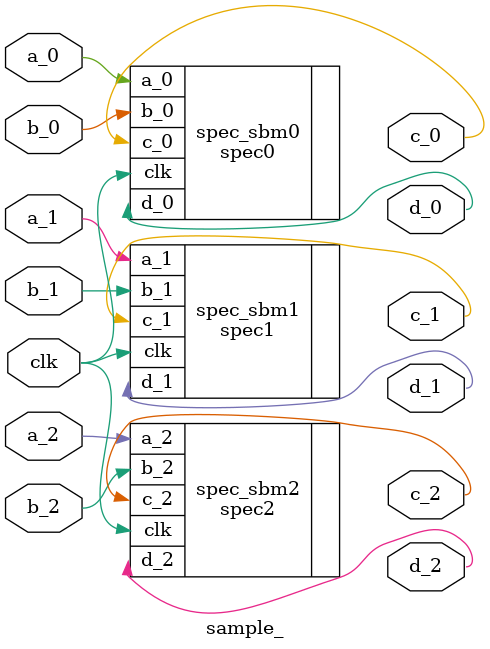
<source format=v>
module sample_(clk,a_2,a_1,b_2,b_1,b_0,a_0,c_1,c_0,c_2,d_0,d_2,d_1);
input clk,a_2,a_1,b_2,b_1,b_0,a_0;
output c_1,c_0,c_2,d_0,d_2,d_1;
spec0 spec_sbm0(.clk(clk), .a_0(a_0), .b_0(b_0), .c_0(c_0), .d_0(d_0));
spec1 spec_sbm1(.clk(clk), .a_1(a_1), .b_1(b_1), .c_1(c_1), .d_1(d_1));
spec2 spec_sbm2(.clk(clk), .a_2(a_2), .b_2(b_2), .c_2(c_2), .d_2(d_2));
endmodule

</source>
